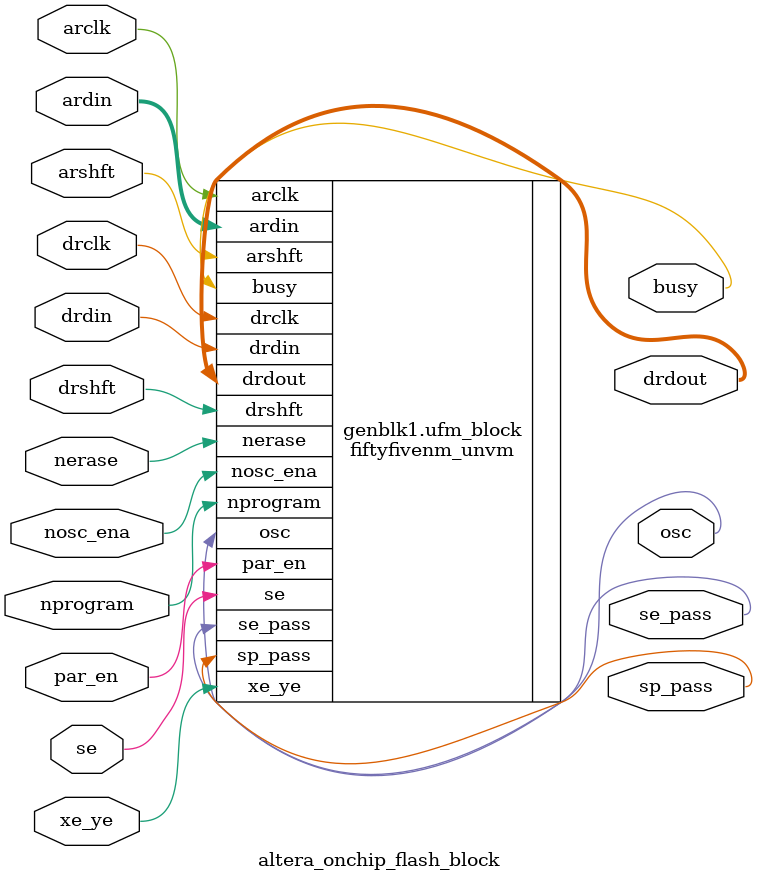
<source format=v>



// synthesis VERILOG_INPUT_VERSION VERILOG_2001

`timescale 1 ps / 1 ps

module altera_onchip_flash_block (
	xe_ye,
	se,
	arclk,
	arshft,
	ardin,
	drclk,
	drshft,
	drdin,
	nprogram,
	nerase,
	nosc_ena,
	par_en,
	drdout,
	busy,
	se_pass,
	sp_pass,
	osc
);

	parameter FLASH_ADDR_WIDTH = 23;
	parameter FLASH_DATA_WIDTH = 32;
	parameter DEVICE_FAMILY	= "MAX 10";
	// !!!! Important !!!!
	// UNIQUE_IDENTIFIER is confidential and should not publish to external customer.
	parameter UNIQUE_IDENTIFIER = "altera_private_atom";
	// !!!! Important !!!!
	parameter PART_NAME = "Unknown";
	parameter IS_DUAL_BOOT = "False";
	parameter IS_ERAM_SKIP = "False";
	parameter IS_COMPRESSED_IMAGE = "False";
	parameter INIT_FILENAME = "";
	parameter MIN_VALID_ADDR = 1;
	parameter MAX_VALID_ADDR = 1;
	parameter MIN_UFM_VALID_ADDR = 1;
	parameter MAX_UFM_VALID_ADDR = 1;
	parameter ADDR_RANGE1_END_ADDR = 1;
    parameter ADDR_RANGE2_END_ADDR = 1;
	parameter ADDR_RANGE1_OFFSET = 1;
	parameter ADDR_RANGE2_OFFSET = 1;
    parameter ADDR_RANGE3_OFFSET = 1;
    
	// simulation only start
	parameter DEVICE_ID = "08";
	parameter INIT_FILENAME_SIM = "";
	// simulation only end
	
	input xe_ye;
	input se;
	input arclk;
	input arshft;
	input [FLASH_ADDR_WIDTH-1:0] ardin;
	input drclk;
	input drshft;
	input drdin;
	input nprogram;
	input nerase;
	input nosc_ena;
	input par_en;

	output [FLASH_DATA_WIDTH-1:0] drdout;
	output busy;
	output se_pass;
	output sp_pass;
	output osc;

	// -----------------------------------------------------------------------
	// Instantiate wysiwyg for ufm block according to device family
	// -----------------------------------------------------------------------
	generate
		if (DEVICE_FAMILY == "MAX 10" || DEVICE_FAMILY == "MAX 10 FPGA") begin
			fiftyfivenm_unvm # (
				.identifier (UNIQUE_IDENTIFIER),
				.part_name (PART_NAME),
				.is_dual_boot (IS_DUAL_BOOT),
				.is_eram_skip (IS_ERAM_SKIP),
				.is_compressed_image (IS_COMPRESSED_IMAGE),
				.init_filename (INIT_FILENAME),
				.min_valid_addr (MIN_VALID_ADDR),
				.max_valid_addr (MAX_VALID_ADDR),
				.min_ufm_valid_addr (MIN_UFM_VALID_ADDR),
				.max_ufm_valid_addr (MAX_UFM_VALID_ADDR),			
				.addr_range1_end_addr (ADDR_RANGE1_END_ADDR),
				.addr_range2_end_addr (ADDR_RANGE2_END_ADDR),
				.addr_range1_offset (ADDR_RANGE1_OFFSET),
				.addr_range2_offset (ADDR_RANGE2_OFFSET),
				.addr_range3_offset (ADDR_RANGE3_OFFSET),
				// simulation only start
				.device_id (DEVICE_ID),
				.init_filename_sim (INIT_FILENAME_SIM)
				// simulation only end
			) ufm_block (
				.xe_ye(xe_ye),
				.se(se),
				.arclk(arclk),
				.arshft(arshft),
				.ardin(ardin),
				.drclk(drclk),
				.drshft(drshft),
				.drdin(drdin),
				.nprogram(nprogram),
				.nerase(nerase),
				.nosc_ena(nosc_ena),
				.par_en(par_en),
				.drdout(drdout),
				.busy(busy),
				.se_pass(se_pass),
				.sp_pass(sp_pass),
				.osc(osc)
			);
		end
	endgenerate

endmodule


</source>
